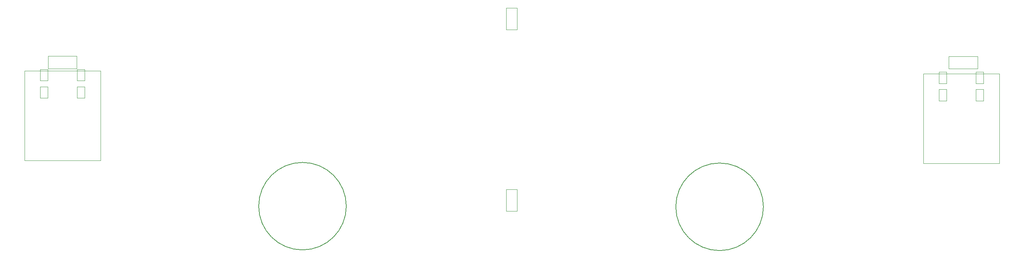
<source format=gbr>
G04 #@! TF.GenerationSoftware,KiCad,Pcbnew,(6.0.9)*
G04 #@! TF.CreationDate,2023-01-06T00:22:53-03:00*
G04 #@! TF.ProjectId,pulso - hybrid -rev2,70756c73-6f20-42d2-9068-796272696420,0.3*
G04 #@! TF.SameCoordinates,Original*
G04 #@! TF.FileFunction,OtherDrawing,Comment*
%FSLAX46Y46*%
G04 Gerber Fmt 4.6, Leading zero omitted, Abs format (unit mm)*
G04 Created by KiCad (PCBNEW (6.0.9)) date 2023-01-06 00:22:53*
%MOMM*%
%LPD*%
G01*
G04 APERTURE LIST*
%ADD10C,0.060000*%
%ADD11C,0.050000*%
%ADD12C,0.120000*%
%ADD13C,0.150000*%
G04 APERTURE END LIST*
D10*
X149530000Y-66410000D02*
X152070000Y-66410000D01*
X149530000Y-71490000D02*
X152070000Y-71490000D01*
X152070000Y-66410000D02*
X152070000Y-71490000D01*
X149530000Y-71490000D02*
X149530000Y-66410000D01*
D11*
X150860000Y-66029000D02*
G75*
G03*
X150860000Y-66029000I-60000J0D01*
G01*
X150860000Y-71871000D02*
G75*
G03*
X150860000Y-71871000I-60000J0D01*
G01*
D12*
X250789189Y-85464187D02*
X252567189Y-85464187D01*
X252567189Y-85464187D02*
X252567189Y-88131187D01*
X252567189Y-88131187D02*
X250789189Y-88131187D01*
X250789189Y-88131187D02*
X250789189Y-85464187D01*
X259425197Y-85464187D02*
X261203197Y-85464187D01*
X261203197Y-85464187D02*
X261203197Y-88131187D01*
X261203197Y-88131187D02*
X259425197Y-88131187D01*
X259425197Y-88131187D02*
X259425197Y-85464187D01*
X247185000Y-102750000D02*
X264965000Y-102750000D01*
X264965000Y-102750000D02*
X264965000Y-81750000D01*
X264965000Y-81750000D02*
X247185000Y-81750000D01*
X247185000Y-81750000D02*
X247185000Y-102750000D01*
X252567189Y-84067187D02*
X250789189Y-84067187D01*
X250789189Y-84067187D02*
X250789189Y-81400187D01*
X250789189Y-81400187D02*
X252567189Y-81400187D01*
X252567189Y-81400187D02*
X252567189Y-84067187D01*
X259425197Y-81400187D02*
X261203197Y-81400187D01*
X261203197Y-81400187D02*
X261203197Y-84067187D01*
X261203197Y-84067187D02*
X259425197Y-84067187D01*
X259425197Y-84067187D02*
X259425197Y-81400187D01*
D10*
X149555000Y-108835000D02*
X152095000Y-108835000D01*
X149555000Y-113915000D02*
X152095000Y-113915000D01*
X149555000Y-113915000D02*
X149555000Y-108835000D01*
X152095000Y-108835000D02*
X152095000Y-113915000D01*
D11*
X150885000Y-108454000D02*
G75*
G03*
X150885000Y-108454000I-60000J0D01*
G01*
X150885000Y-114296000D02*
G75*
G03*
X150885000Y-114296000I-60000J0D01*
G01*
D12*
X49125197Y-84789094D02*
X50903197Y-84789094D01*
X50903197Y-84789094D02*
X50903197Y-87456094D01*
X50903197Y-87456094D02*
X49125197Y-87456094D01*
X49125197Y-87456094D02*
X49125197Y-84789094D01*
X49125197Y-80725094D02*
X50903197Y-80725094D01*
X50903197Y-80725094D02*
X50903197Y-83392094D01*
X50903197Y-83392094D02*
X49125197Y-83392094D01*
X49125197Y-83392094D02*
X49125197Y-80725094D01*
X40489189Y-84789094D02*
X42267189Y-84789094D01*
X42267189Y-84789094D02*
X42267189Y-87456094D01*
X42267189Y-87456094D02*
X40489189Y-87456094D01*
X40489189Y-87456094D02*
X40489189Y-84789094D01*
X36885000Y-102074907D02*
X54665000Y-102074907D01*
X54665000Y-102074907D02*
X54665000Y-81074907D01*
X54665000Y-81074907D02*
X36885000Y-81074907D01*
X36885000Y-81074907D02*
X36885000Y-102074907D01*
X42267189Y-83392094D02*
X40489189Y-83392094D01*
X40489189Y-83392094D02*
X40489189Y-80725094D01*
X40489189Y-80725094D02*
X42267189Y-80725094D01*
X42267189Y-80725094D02*
X42267189Y-83392094D01*
X253125000Y-77680000D02*
X259875000Y-77680000D01*
X259875000Y-77680000D02*
X259875000Y-80580000D01*
X259875000Y-80580000D02*
X253125000Y-80580000D01*
X253125000Y-80580000D02*
X253125000Y-77680000D01*
D13*
X209750000Y-112950000D02*
G75*
G03*
X209750000Y-112950000I-10250000J0D01*
G01*
D12*
X42350000Y-77675000D02*
X49100000Y-77675000D01*
X49100000Y-77675000D02*
X49100000Y-80575000D01*
X49100000Y-80575000D02*
X42350000Y-80575000D01*
X42350000Y-80575000D02*
X42350000Y-77675000D01*
D13*
X112150000Y-112800000D02*
G75*
G03*
X112150000Y-112800000I-10250000J0D01*
G01*
M02*

</source>
